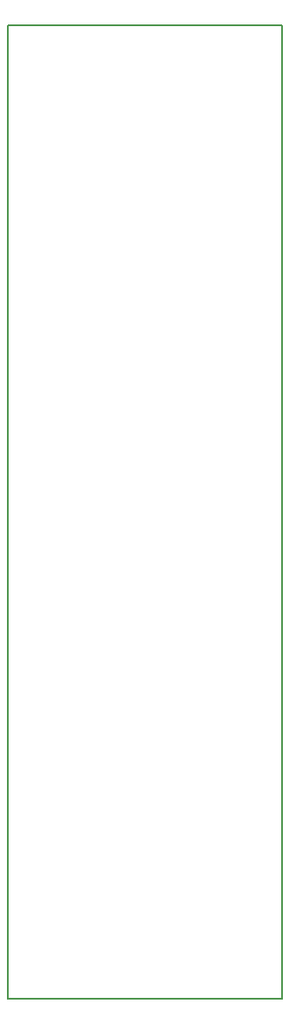
<source format=gm1>
%TF.GenerationSoftware,KiCad,Pcbnew,7.0.8*%
%TF.CreationDate,2024-03-17T19:54:23-04:00*%
%TF.ProjectId,snes-umd,736e6573-2d75-46d6-942e-6b696361645f,0.1*%
%TF.SameCoordinates,Original*%
%TF.FileFunction,Profile,NP*%
%FSLAX46Y46*%
G04 Gerber Fmt 4.6, Leading zero omitted, Abs format (unit mm)*
G04 Created by KiCad (PCBNEW 7.0.8) date 2024-03-17 19:54:23*
%MOMM*%
%LPD*%
G01*
G04 APERTURE LIST*
%TA.AperFunction,Profile*%
%ADD10C,0.150000*%
%TD*%
G04 APERTURE END LIST*
D10*
X156845000Y-150495000D02*
X156845000Y-55880000D01*
X130175000Y-55880000D02*
X130175000Y-150495000D01*
X156845000Y-55880000D02*
X130175000Y-55880000D01*
X130175000Y-150495000D02*
X156845000Y-150495000D01*
M02*

</source>
